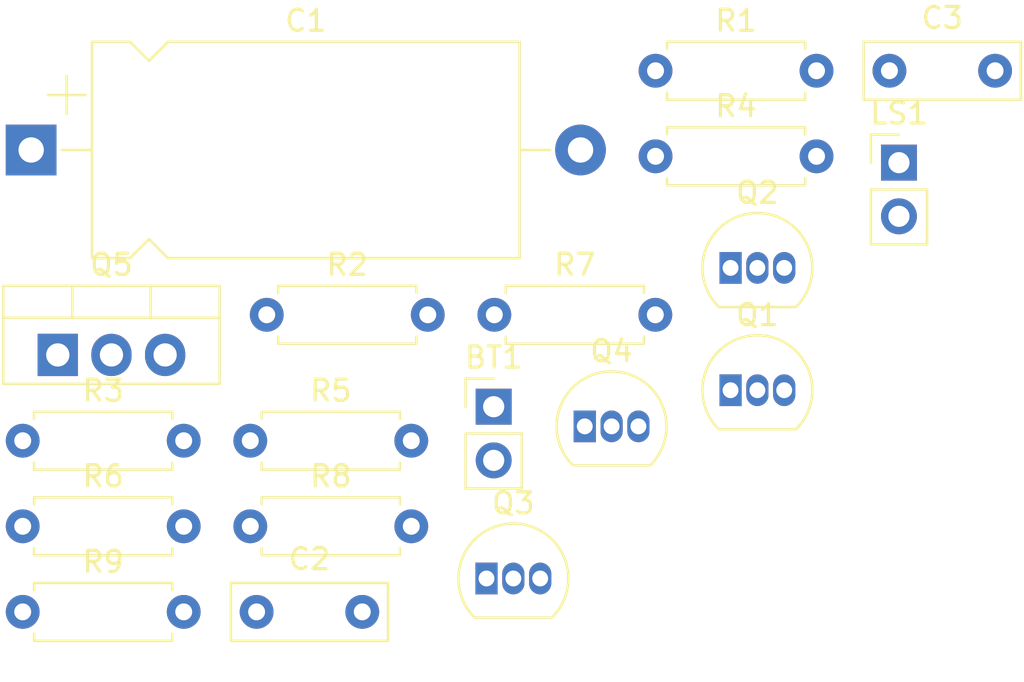
<source format=kicad_pcb>
(kicad_pcb (version 20171130) (host pcbnew 5.1.4+dfsg1-1)

  (general
    (thickness 1.6)
    (drawings 0)
    (tracks 0)
    (zones 0)
    (modules 19)
    (nets 13)
  )

  (page A4)
  (layers
    (0 F.Cu signal)
    (31 B.Cu signal)
    (32 B.Adhes user)
    (33 F.Adhes user)
    (34 B.Paste user)
    (35 F.Paste user)
    (36 B.SilkS user)
    (37 F.SilkS user)
    (38 B.Mask user)
    (39 F.Mask user)
    (40 Dwgs.User user)
    (41 Cmts.User user)
    (42 Eco1.User user)
    (43 Eco2.User user)
    (44 Edge.Cuts user)
    (45 Margin user)
    (46 B.CrtYd user)
    (47 F.CrtYd user)
    (48 B.Fab user)
    (49 F.Fab user)
  )

  (setup
    (last_trace_width 0.25)
    (trace_clearance 0.2)
    (zone_clearance 0.508)
    (zone_45_only no)
    (trace_min 0.2)
    (via_size 0.8)
    (via_drill 0.4)
    (via_min_size 0.4)
    (via_min_drill 0.3)
    (uvia_size 0.3)
    (uvia_drill 0.1)
    (uvias_allowed no)
    (uvia_min_size 0.2)
    (uvia_min_drill 0.1)
    (edge_width 0.05)
    (segment_width 0.2)
    (pcb_text_width 0.3)
    (pcb_text_size 1.5 1.5)
    (mod_edge_width 0.12)
    (mod_text_size 1 1)
    (mod_text_width 0.15)
    (pad_size 1.524 1.524)
    (pad_drill 0.762)
    (pad_to_mask_clearance 0.051)
    (solder_mask_min_width 0.25)
    (aux_axis_origin 0 0)
    (visible_elements FFFFFF7F)
    (pcbplotparams
      (layerselection 0x010fc_ffffffff)
      (usegerberextensions false)
      (usegerberattributes false)
      (usegerberadvancedattributes false)
      (creategerberjobfile false)
      (excludeedgelayer true)
      (linewidth 0.100000)
      (plotframeref false)
      (viasonmask false)
      (mode 1)
      (useauxorigin false)
      (hpglpennumber 1)
      (hpglpenspeed 20)
      (hpglpendiameter 15.000000)
      (psnegative false)
      (psa4output false)
      (plotreference true)
      (plotvalue true)
      (plotinvisibletext false)
      (padsonsilk false)
      (subtractmaskfromsilk false)
      (outputformat 1)
      (mirror false)
      (drillshape 1)
      (scaleselection 1)
      (outputdirectory ""))
  )

  (net 0 "")
  (net 1 "Net-(BT1-Pad2)")
  (net 2 "Net-(BT1-Pad1)")
  (net 3 "Net-(C1-Pad1)")
  (net 4 "Net-(C2-Pad2)")
  (net 5 "Net-(C2-Pad1)")
  (net 6 "Net-(C3-Pad2)")
  (net 7 "Net-(C3-Pad1)")
  (net 8 "Net-(LS1-Pad1)")
  (net 9 "Net-(Q1-Pad1)")
  (net 10 "Net-(Q1-Pad3)")
  (net 11 "Net-(Q1-Pad2)")
  (net 12 "Net-(Q4-Pad3)")

  (net_class Default "This is the default net class."
    (clearance 0.2)
    (trace_width 0.25)
    (via_dia 0.8)
    (via_drill 0.4)
    (uvia_dia 0.3)
    (uvia_drill 0.1)
    (add_net "Net-(BT1-Pad1)")
    (add_net "Net-(BT1-Pad2)")
    (add_net "Net-(C1-Pad1)")
    (add_net "Net-(C2-Pad1)")
    (add_net "Net-(C2-Pad2)")
    (add_net "Net-(C3-Pad1)")
    (add_net "Net-(C3-Pad2)")
    (add_net "Net-(LS1-Pad1)")
    (add_net "Net-(Q1-Pad1)")
    (add_net "Net-(Q1-Pad2)")
    (add_net "Net-(Q1-Pad3)")
    (add_net "Net-(Q4-Pad3)")
  )

  (module Resistor_THT:R_Axial_DIN0207_L6.3mm_D2.5mm_P7.62mm_Horizontal (layer F.Cu) (tedit 5AE5139B) (tstamp 5EE434C1)
    (at 37.4 66.86)
    (descr "Resistor, Axial_DIN0207 series, Axial, Horizontal, pin pitch=7.62mm, 0.25W = 1/4W, length*diameter=6.3*2.5mm^2, http://cdn-reichelt.de/documents/datenblatt/B400/1_4W%23YAG.pdf")
    (tags "Resistor Axial_DIN0207 series Axial Horizontal pin pitch 7.62mm 0.25W = 1/4W length 6.3mm diameter 2.5mm")
    (path /5EE5A8F4)
    (fp_text reference R9 (at 3.81 -2.37) (layer F.SilkS)
      (effects (font (size 1 1) (thickness 0.15)))
    )
    (fp_text value 100R (at 3.81 2.37) (layer F.Fab)
      (effects (font (size 1 1) (thickness 0.15)))
    )
    (fp_text user %R (at 3.81 0) (layer F.Fab)
      (effects (font (size 1 1) (thickness 0.15)))
    )
    (fp_line (start 8.67 -1.5) (end -1.05 -1.5) (layer F.CrtYd) (width 0.05))
    (fp_line (start 8.67 1.5) (end 8.67 -1.5) (layer F.CrtYd) (width 0.05))
    (fp_line (start -1.05 1.5) (end 8.67 1.5) (layer F.CrtYd) (width 0.05))
    (fp_line (start -1.05 -1.5) (end -1.05 1.5) (layer F.CrtYd) (width 0.05))
    (fp_line (start 7.08 1.37) (end 7.08 1.04) (layer F.SilkS) (width 0.12))
    (fp_line (start 0.54 1.37) (end 7.08 1.37) (layer F.SilkS) (width 0.12))
    (fp_line (start 0.54 1.04) (end 0.54 1.37) (layer F.SilkS) (width 0.12))
    (fp_line (start 7.08 -1.37) (end 7.08 -1.04) (layer F.SilkS) (width 0.12))
    (fp_line (start 0.54 -1.37) (end 7.08 -1.37) (layer F.SilkS) (width 0.12))
    (fp_line (start 0.54 -1.04) (end 0.54 -1.37) (layer F.SilkS) (width 0.12))
    (fp_line (start 7.62 0) (end 6.96 0) (layer F.Fab) (width 0.1))
    (fp_line (start 0 0) (end 0.66 0) (layer F.Fab) (width 0.1))
    (fp_line (start 6.96 -1.25) (end 0.66 -1.25) (layer F.Fab) (width 0.1))
    (fp_line (start 6.96 1.25) (end 6.96 -1.25) (layer F.Fab) (width 0.1))
    (fp_line (start 0.66 1.25) (end 6.96 1.25) (layer F.Fab) (width 0.1))
    (fp_line (start 0.66 -1.25) (end 0.66 1.25) (layer F.Fab) (width 0.1))
    (pad 2 thru_hole oval (at 7.62 0) (size 1.6 1.6) (drill 0.8) (layers *.Cu *.Mask)
      (net 1 "Net-(BT1-Pad2)"))
    (pad 1 thru_hole circle (at 0 0) (size 1.6 1.6) (drill 0.8) (layers *.Cu *.Mask)
      (net 7 "Net-(C3-Pad1)"))
    (model ${KISYS3DMOD}/Resistor_THT.3dshapes/R_Axial_DIN0207_L6.3mm_D2.5mm_P7.62mm_Horizontal.wrl
      (at (xyz 0 0 0))
      (scale (xyz 1 1 1))
      (rotate (xyz 0 0 0))
    )
  )

  (module Resistor_THT:R_Axial_DIN0207_L6.3mm_D2.5mm_P7.62mm_Horizontal (layer F.Cu) (tedit 5AE5139B) (tstamp 5EE434AA)
    (at 48.17 62.81)
    (descr "Resistor, Axial_DIN0207 series, Axial, Horizontal, pin pitch=7.62mm, 0.25W = 1/4W, length*diameter=6.3*2.5mm^2, http://cdn-reichelt.de/documents/datenblatt/B400/1_4W%23YAG.pdf")
    (tags "Resistor Axial_DIN0207 series Axial Horizontal pin pitch 7.62mm 0.25W = 1/4W length 6.3mm diameter 2.5mm")
    (path /5EE66064)
    (fp_text reference R8 (at 3.81 -2.37) (layer F.SilkS)
      (effects (font (size 1 1) (thickness 0.15)))
    )
    (fp_text value 10k (at 3.81 2.37) (layer F.Fab)
      (effects (font (size 1 1) (thickness 0.15)))
    )
    (fp_text user %R (at 3.81 0) (layer F.Fab)
      (effects (font (size 1 1) (thickness 0.15)))
    )
    (fp_line (start 8.67 -1.5) (end -1.05 -1.5) (layer F.CrtYd) (width 0.05))
    (fp_line (start 8.67 1.5) (end 8.67 -1.5) (layer F.CrtYd) (width 0.05))
    (fp_line (start -1.05 1.5) (end 8.67 1.5) (layer F.CrtYd) (width 0.05))
    (fp_line (start -1.05 -1.5) (end -1.05 1.5) (layer F.CrtYd) (width 0.05))
    (fp_line (start 7.08 1.37) (end 7.08 1.04) (layer F.SilkS) (width 0.12))
    (fp_line (start 0.54 1.37) (end 7.08 1.37) (layer F.SilkS) (width 0.12))
    (fp_line (start 0.54 1.04) (end 0.54 1.37) (layer F.SilkS) (width 0.12))
    (fp_line (start 7.08 -1.37) (end 7.08 -1.04) (layer F.SilkS) (width 0.12))
    (fp_line (start 0.54 -1.37) (end 7.08 -1.37) (layer F.SilkS) (width 0.12))
    (fp_line (start 0.54 -1.04) (end 0.54 -1.37) (layer F.SilkS) (width 0.12))
    (fp_line (start 7.62 0) (end 6.96 0) (layer F.Fab) (width 0.1))
    (fp_line (start 0 0) (end 0.66 0) (layer F.Fab) (width 0.1))
    (fp_line (start 6.96 -1.25) (end 0.66 -1.25) (layer F.Fab) (width 0.1))
    (fp_line (start 6.96 1.25) (end 6.96 -1.25) (layer F.Fab) (width 0.1))
    (fp_line (start 0.66 1.25) (end 6.96 1.25) (layer F.Fab) (width 0.1))
    (fp_line (start 0.66 -1.25) (end 0.66 1.25) (layer F.Fab) (width 0.1))
    (pad 2 thru_hole oval (at 7.62 0) (size 1.6 1.6) (drill 0.8) (layers *.Cu *.Mask)
      (net 12 "Net-(Q4-Pad3)"))
    (pad 1 thru_hole circle (at 0 0) (size 1.6 1.6) (drill 0.8) (layers *.Cu *.Mask)
      (net 2 "Net-(BT1-Pad1)"))
    (model ${KISYS3DMOD}/Resistor_THT.3dshapes/R_Axial_DIN0207_L6.3mm_D2.5mm_P7.62mm_Horizontal.wrl
      (at (xyz 0 0 0))
      (scale (xyz 1 1 1))
      (rotate (xyz 0 0 0))
    )
  )

  (module Resistor_THT:R_Axial_DIN0207_L6.3mm_D2.5mm_P7.62mm_Horizontal (layer F.Cu) (tedit 5AE5139B) (tstamp 5EE43493)
    (at 59.72 52.8)
    (descr "Resistor, Axial_DIN0207 series, Axial, Horizontal, pin pitch=7.62mm, 0.25W = 1/4W, length*diameter=6.3*2.5mm^2, http://cdn-reichelt.de/documents/datenblatt/B400/1_4W%23YAG.pdf")
    (tags "Resistor Axial_DIN0207 series Axial Horizontal pin pitch 7.62mm 0.25W = 1/4W length 6.3mm diameter 2.5mm")
    (path /5EE575F3)
    (fp_text reference R7 (at 3.81 -2.37) (layer F.SilkS)
      (effects (font (size 1 1) (thickness 0.15)))
    )
    (fp_text value 10k (at 3.81 2.37) (layer F.Fab)
      (effects (font (size 1 1) (thickness 0.15)))
    )
    (fp_text user %R (at 3.81 0) (layer F.Fab)
      (effects (font (size 1 1) (thickness 0.15)))
    )
    (fp_line (start 8.67 -1.5) (end -1.05 -1.5) (layer F.CrtYd) (width 0.05))
    (fp_line (start 8.67 1.5) (end 8.67 -1.5) (layer F.CrtYd) (width 0.05))
    (fp_line (start -1.05 1.5) (end 8.67 1.5) (layer F.CrtYd) (width 0.05))
    (fp_line (start -1.05 -1.5) (end -1.05 1.5) (layer F.CrtYd) (width 0.05))
    (fp_line (start 7.08 1.37) (end 7.08 1.04) (layer F.SilkS) (width 0.12))
    (fp_line (start 0.54 1.37) (end 7.08 1.37) (layer F.SilkS) (width 0.12))
    (fp_line (start 0.54 1.04) (end 0.54 1.37) (layer F.SilkS) (width 0.12))
    (fp_line (start 7.08 -1.37) (end 7.08 -1.04) (layer F.SilkS) (width 0.12))
    (fp_line (start 0.54 -1.37) (end 7.08 -1.37) (layer F.SilkS) (width 0.12))
    (fp_line (start 0.54 -1.04) (end 0.54 -1.37) (layer F.SilkS) (width 0.12))
    (fp_line (start 7.62 0) (end 6.96 0) (layer F.Fab) (width 0.1))
    (fp_line (start 0 0) (end 0.66 0) (layer F.Fab) (width 0.1))
    (fp_line (start 6.96 -1.25) (end 0.66 -1.25) (layer F.Fab) (width 0.1))
    (fp_line (start 6.96 1.25) (end 6.96 -1.25) (layer F.Fab) (width 0.1))
    (fp_line (start 0.66 1.25) (end 6.96 1.25) (layer F.Fab) (width 0.1))
    (fp_line (start 0.66 -1.25) (end 0.66 1.25) (layer F.Fab) (width 0.1))
    (pad 2 thru_hole oval (at 7.62 0) (size 1.6 1.6) (drill 0.8) (layers *.Cu *.Mask)
      (net 3 "Net-(C1-Pad1)"))
    (pad 1 thru_hole circle (at 0 0) (size 1.6 1.6) (drill 0.8) (layers *.Cu *.Mask)
      (net 6 "Net-(C3-Pad2)"))
    (model ${KISYS3DMOD}/Resistor_THT.3dshapes/R_Axial_DIN0207_L6.3mm_D2.5mm_P7.62mm_Horizontal.wrl
      (at (xyz 0 0 0))
      (scale (xyz 1 1 1))
      (rotate (xyz 0 0 0))
    )
  )

  (module Resistor_THT:R_Axial_DIN0207_L6.3mm_D2.5mm_P7.62mm_Horizontal (layer F.Cu) (tedit 5AE5139B) (tstamp 5EE4347C)
    (at 37.4 62.81)
    (descr "Resistor, Axial_DIN0207 series, Axial, Horizontal, pin pitch=7.62mm, 0.25W = 1/4W, length*diameter=6.3*2.5mm^2, http://cdn-reichelt.de/documents/datenblatt/B400/1_4W%23YAG.pdf")
    (tags "Resistor Axial_DIN0207 series Axial Horizontal pin pitch 7.62mm 0.25W = 1/4W length 6.3mm diameter 2.5mm")
    (path /5EE50CA6)
    (fp_text reference R6 (at 3.81 -2.37) (layer F.SilkS)
      (effects (font (size 1 1) (thickness 0.15)))
    )
    (fp_text value 10k (at 3.81 2.37) (layer F.Fab)
      (effects (font (size 1 1) (thickness 0.15)))
    )
    (fp_text user %R (at 3.81 0) (layer F.Fab)
      (effects (font (size 1 1) (thickness 0.15)))
    )
    (fp_line (start 8.67 -1.5) (end -1.05 -1.5) (layer F.CrtYd) (width 0.05))
    (fp_line (start 8.67 1.5) (end 8.67 -1.5) (layer F.CrtYd) (width 0.05))
    (fp_line (start -1.05 1.5) (end 8.67 1.5) (layer F.CrtYd) (width 0.05))
    (fp_line (start -1.05 -1.5) (end -1.05 1.5) (layer F.CrtYd) (width 0.05))
    (fp_line (start 7.08 1.37) (end 7.08 1.04) (layer F.SilkS) (width 0.12))
    (fp_line (start 0.54 1.37) (end 7.08 1.37) (layer F.SilkS) (width 0.12))
    (fp_line (start 0.54 1.04) (end 0.54 1.37) (layer F.SilkS) (width 0.12))
    (fp_line (start 7.08 -1.37) (end 7.08 -1.04) (layer F.SilkS) (width 0.12))
    (fp_line (start 0.54 -1.37) (end 7.08 -1.37) (layer F.SilkS) (width 0.12))
    (fp_line (start 0.54 -1.04) (end 0.54 -1.37) (layer F.SilkS) (width 0.12))
    (fp_line (start 7.62 0) (end 6.96 0) (layer F.Fab) (width 0.1))
    (fp_line (start 0 0) (end 0.66 0) (layer F.Fab) (width 0.1))
    (fp_line (start 6.96 -1.25) (end 0.66 -1.25) (layer F.Fab) (width 0.1))
    (fp_line (start 6.96 1.25) (end 6.96 -1.25) (layer F.Fab) (width 0.1))
    (fp_line (start 0.66 1.25) (end 6.96 1.25) (layer F.Fab) (width 0.1))
    (fp_line (start 0.66 -1.25) (end 0.66 1.25) (layer F.Fab) (width 0.1))
    (pad 2 thru_hole oval (at 7.62 0) (size 1.6 1.6) (drill 0.8) (layers *.Cu *.Mask)
      (net 3 "Net-(C1-Pad1)"))
    (pad 1 thru_hole circle (at 0 0) (size 1.6 1.6) (drill 0.8) (layers *.Cu *.Mask)
      (net 5 "Net-(C2-Pad1)"))
    (model ${KISYS3DMOD}/Resistor_THT.3dshapes/R_Axial_DIN0207_L6.3mm_D2.5mm_P7.62mm_Horizontal.wrl
      (at (xyz 0 0 0))
      (scale (xyz 1 1 1))
      (rotate (xyz 0 0 0))
    )
  )

  (module Resistor_THT:R_Axial_DIN0207_L6.3mm_D2.5mm_P7.62mm_Horizontal (layer F.Cu) (tedit 5AE5139B) (tstamp 5EE43465)
    (at 48.17 58.76)
    (descr "Resistor, Axial_DIN0207 series, Axial, Horizontal, pin pitch=7.62mm, 0.25W = 1/4W, length*diameter=6.3*2.5mm^2, http://cdn-reichelt.de/documents/datenblatt/B400/1_4W%23YAG.pdf")
    (tags "Resistor Axial_DIN0207 series Axial Horizontal pin pitch 7.62mm 0.25W = 1/4W length 6.3mm diameter 2.5mm")
    (path /5EE4AE4A)
    (fp_text reference R5 (at 3.81 -2.37) (layer F.SilkS)
      (effects (font (size 1 1) (thickness 0.15)))
    )
    (fp_text value 10k (at 3.81 2.37) (layer F.Fab)
      (effects (font (size 1 1) (thickness 0.15)))
    )
    (fp_text user %R (at 3.81 0) (layer F.Fab)
      (effects (font (size 1 1) (thickness 0.15)))
    )
    (fp_line (start 8.67 -1.5) (end -1.05 -1.5) (layer F.CrtYd) (width 0.05))
    (fp_line (start 8.67 1.5) (end 8.67 -1.5) (layer F.CrtYd) (width 0.05))
    (fp_line (start -1.05 1.5) (end 8.67 1.5) (layer F.CrtYd) (width 0.05))
    (fp_line (start -1.05 -1.5) (end -1.05 1.5) (layer F.CrtYd) (width 0.05))
    (fp_line (start 7.08 1.37) (end 7.08 1.04) (layer F.SilkS) (width 0.12))
    (fp_line (start 0.54 1.37) (end 7.08 1.37) (layer F.SilkS) (width 0.12))
    (fp_line (start 0.54 1.04) (end 0.54 1.37) (layer F.SilkS) (width 0.12))
    (fp_line (start 7.08 -1.37) (end 7.08 -1.04) (layer F.SilkS) (width 0.12))
    (fp_line (start 0.54 -1.37) (end 7.08 -1.37) (layer F.SilkS) (width 0.12))
    (fp_line (start 0.54 -1.04) (end 0.54 -1.37) (layer F.SilkS) (width 0.12))
    (fp_line (start 7.62 0) (end 6.96 0) (layer F.Fab) (width 0.1))
    (fp_line (start 0 0) (end 0.66 0) (layer F.Fab) (width 0.1))
    (fp_line (start 6.96 -1.25) (end 0.66 -1.25) (layer F.Fab) (width 0.1))
    (fp_line (start 6.96 1.25) (end 6.96 -1.25) (layer F.Fab) (width 0.1))
    (fp_line (start 0.66 1.25) (end 6.96 1.25) (layer F.Fab) (width 0.1))
    (fp_line (start 0.66 -1.25) (end 0.66 1.25) (layer F.Fab) (width 0.1))
    (pad 2 thru_hole oval (at 7.62 0) (size 1.6 1.6) (drill 0.8) (layers *.Cu *.Mask)
      (net 1 "Net-(BT1-Pad2)"))
    (pad 1 thru_hole circle (at 0 0) (size 1.6 1.6) (drill 0.8) (layers *.Cu *.Mask)
      (net 4 "Net-(C2-Pad2)"))
    (model ${KISYS3DMOD}/Resistor_THT.3dshapes/R_Axial_DIN0207_L6.3mm_D2.5mm_P7.62mm_Horizontal.wrl
      (at (xyz 0 0 0))
      (scale (xyz 1 1 1))
      (rotate (xyz 0 0 0))
    )
  )

  (module Resistor_THT:R_Axial_DIN0207_L6.3mm_D2.5mm_P7.62mm_Horizontal (layer F.Cu) (tedit 5AE5139B) (tstamp 5EE4344E)
    (at 67.35 45.3)
    (descr "Resistor, Axial_DIN0207 series, Axial, Horizontal, pin pitch=7.62mm, 0.25W = 1/4W, length*diameter=6.3*2.5mm^2, http://cdn-reichelt.de/documents/datenblatt/B400/1_4W%23YAG.pdf")
    (tags "Resistor Axial_DIN0207 series Axial Horizontal pin pitch 7.62mm 0.25W = 1/4W length 6.3mm diameter 2.5mm")
    (path /5EE46EB7)
    (fp_text reference R4 (at 3.81 -2.37) (layer F.SilkS)
      (effects (font (size 1 1) (thickness 0.15)))
    )
    (fp_text value 100R (at 3.81 2.37) (layer F.Fab)
      (effects (font (size 1 1) (thickness 0.15)))
    )
    (fp_text user %R (at 3.81 0) (layer F.Fab)
      (effects (font (size 1 1) (thickness 0.15)))
    )
    (fp_line (start 8.67 -1.5) (end -1.05 -1.5) (layer F.CrtYd) (width 0.05))
    (fp_line (start 8.67 1.5) (end 8.67 -1.5) (layer F.CrtYd) (width 0.05))
    (fp_line (start -1.05 1.5) (end 8.67 1.5) (layer F.CrtYd) (width 0.05))
    (fp_line (start -1.05 -1.5) (end -1.05 1.5) (layer F.CrtYd) (width 0.05))
    (fp_line (start 7.08 1.37) (end 7.08 1.04) (layer F.SilkS) (width 0.12))
    (fp_line (start 0.54 1.37) (end 7.08 1.37) (layer F.SilkS) (width 0.12))
    (fp_line (start 0.54 1.04) (end 0.54 1.37) (layer F.SilkS) (width 0.12))
    (fp_line (start 7.08 -1.37) (end 7.08 -1.04) (layer F.SilkS) (width 0.12))
    (fp_line (start 0.54 -1.37) (end 7.08 -1.37) (layer F.SilkS) (width 0.12))
    (fp_line (start 0.54 -1.04) (end 0.54 -1.37) (layer F.SilkS) (width 0.12))
    (fp_line (start 7.62 0) (end 6.96 0) (layer F.Fab) (width 0.1))
    (fp_line (start 0 0) (end 0.66 0) (layer F.Fab) (width 0.1))
    (fp_line (start 6.96 -1.25) (end 0.66 -1.25) (layer F.Fab) (width 0.1))
    (fp_line (start 6.96 1.25) (end 6.96 -1.25) (layer F.Fab) (width 0.1))
    (fp_line (start 0.66 1.25) (end 6.96 1.25) (layer F.Fab) (width 0.1))
    (fp_line (start 0.66 -1.25) (end 0.66 1.25) (layer F.Fab) (width 0.1))
    (pad 2 thru_hole oval (at 7.62 0) (size 1.6 1.6) (drill 0.8) (layers *.Cu *.Mask)
      (net 10 "Net-(Q1-Pad3)"))
    (pad 1 thru_hole circle (at 0 0) (size 1.6 1.6) (drill 0.8) (layers *.Cu *.Mask)
      (net 2 "Net-(BT1-Pad1)"))
    (model ${KISYS3DMOD}/Resistor_THT.3dshapes/R_Axial_DIN0207_L6.3mm_D2.5mm_P7.62mm_Horizontal.wrl
      (at (xyz 0 0 0))
      (scale (xyz 1 1 1))
      (rotate (xyz 0 0 0))
    )
  )

  (module Resistor_THT:R_Axial_DIN0207_L6.3mm_D2.5mm_P7.62mm_Horizontal (layer F.Cu) (tedit 5AE5139B) (tstamp 5EE43437)
    (at 37.4 58.76)
    (descr "Resistor, Axial_DIN0207 series, Axial, Horizontal, pin pitch=7.62mm, 0.25W = 1/4W, length*diameter=6.3*2.5mm^2, http://cdn-reichelt.de/documents/datenblatt/B400/1_4W%23YAG.pdf")
    (tags "Resistor Axial_DIN0207 series Axial Horizontal pin pitch 7.62mm 0.25W = 1/4W length 6.3mm diameter 2.5mm")
    (path /5EE4014E)
    (fp_text reference R3 (at 3.81 -2.37) (layer F.SilkS)
      (effects (font (size 1 1) (thickness 0.15)))
    )
    (fp_text value 2k7 (at 3.81 2.37) (layer F.Fab)
      (effects (font (size 1 1) (thickness 0.15)))
    )
    (fp_text user %R (at 3.81 0) (layer F.Fab)
      (effects (font (size 1 1) (thickness 0.15)))
    )
    (fp_line (start 8.67 -1.5) (end -1.05 -1.5) (layer F.CrtYd) (width 0.05))
    (fp_line (start 8.67 1.5) (end 8.67 -1.5) (layer F.CrtYd) (width 0.05))
    (fp_line (start -1.05 1.5) (end 8.67 1.5) (layer F.CrtYd) (width 0.05))
    (fp_line (start -1.05 -1.5) (end -1.05 1.5) (layer F.CrtYd) (width 0.05))
    (fp_line (start 7.08 1.37) (end 7.08 1.04) (layer F.SilkS) (width 0.12))
    (fp_line (start 0.54 1.37) (end 7.08 1.37) (layer F.SilkS) (width 0.12))
    (fp_line (start 0.54 1.04) (end 0.54 1.37) (layer F.SilkS) (width 0.12))
    (fp_line (start 7.08 -1.37) (end 7.08 -1.04) (layer F.SilkS) (width 0.12))
    (fp_line (start 0.54 -1.37) (end 7.08 -1.37) (layer F.SilkS) (width 0.12))
    (fp_line (start 0.54 -1.04) (end 0.54 -1.37) (layer F.SilkS) (width 0.12))
    (fp_line (start 7.62 0) (end 6.96 0) (layer F.Fab) (width 0.1))
    (fp_line (start 0 0) (end 0.66 0) (layer F.Fab) (width 0.1))
    (fp_line (start 6.96 -1.25) (end 0.66 -1.25) (layer F.Fab) (width 0.1))
    (fp_line (start 6.96 1.25) (end 6.96 -1.25) (layer F.Fab) (width 0.1))
    (fp_line (start 0.66 1.25) (end 6.96 1.25) (layer F.Fab) (width 0.1))
    (fp_line (start 0.66 -1.25) (end 0.66 1.25) (layer F.Fab) (width 0.1))
    (pad 2 thru_hole oval (at 7.62 0) (size 1.6 1.6) (drill 0.8) (layers *.Cu *.Mask)
      (net 1 "Net-(BT1-Pad2)"))
    (pad 1 thru_hole circle (at 0 0) (size 1.6 1.6) (drill 0.8) (layers *.Cu *.Mask)
      (net 3 "Net-(C1-Pad1)"))
    (model ${KISYS3DMOD}/Resistor_THT.3dshapes/R_Axial_DIN0207_L6.3mm_D2.5mm_P7.62mm_Horizontal.wrl
      (at (xyz 0 0 0))
      (scale (xyz 1 1 1))
      (rotate (xyz 0 0 0))
    )
  )

  (module Resistor_THT:R_Axial_DIN0207_L6.3mm_D2.5mm_P7.62mm_Horizontal (layer F.Cu) (tedit 5AE5139B) (tstamp 5EE43420)
    (at 48.95 52.8)
    (descr "Resistor, Axial_DIN0207 series, Axial, Horizontal, pin pitch=7.62mm, 0.25W = 1/4W, length*diameter=6.3*2.5mm^2, http://cdn-reichelt.de/documents/datenblatt/B400/1_4W%23YAG.pdf")
    (tags "Resistor Axial_DIN0207 series Axial Horizontal pin pitch 7.62mm 0.25W = 1/4W length 6.3mm diameter 2.5mm")
    (path /5EE3E6FC)
    (fp_text reference R2 (at 3.81 -2.37) (layer F.SilkS)
      (effects (font (size 1 1) (thickness 0.15)))
    )
    (fp_text value 10k (at 3.81 2.37) (layer F.Fab)
      (effects (font (size 1 1) (thickness 0.15)))
    )
    (fp_text user %R (at 3.81 0) (layer F.Fab)
      (effects (font (size 1 1) (thickness 0.15)))
    )
    (fp_line (start 8.67 -1.5) (end -1.05 -1.5) (layer F.CrtYd) (width 0.05))
    (fp_line (start 8.67 1.5) (end 8.67 -1.5) (layer F.CrtYd) (width 0.05))
    (fp_line (start -1.05 1.5) (end 8.67 1.5) (layer F.CrtYd) (width 0.05))
    (fp_line (start -1.05 -1.5) (end -1.05 1.5) (layer F.CrtYd) (width 0.05))
    (fp_line (start 7.08 1.37) (end 7.08 1.04) (layer F.SilkS) (width 0.12))
    (fp_line (start 0.54 1.37) (end 7.08 1.37) (layer F.SilkS) (width 0.12))
    (fp_line (start 0.54 1.04) (end 0.54 1.37) (layer F.SilkS) (width 0.12))
    (fp_line (start 7.08 -1.37) (end 7.08 -1.04) (layer F.SilkS) (width 0.12))
    (fp_line (start 0.54 -1.37) (end 7.08 -1.37) (layer F.SilkS) (width 0.12))
    (fp_line (start 0.54 -1.04) (end 0.54 -1.37) (layer F.SilkS) (width 0.12))
    (fp_line (start 7.62 0) (end 6.96 0) (layer F.Fab) (width 0.1))
    (fp_line (start 0 0) (end 0.66 0) (layer F.Fab) (width 0.1))
    (fp_line (start 6.96 -1.25) (end 0.66 -1.25) (layer F.Fab) (width 0.1))
    (fp_line (start 6.96 1.25) (end 6.96 -1.25) (layer F.Fab) (width 0.1))
    (fp_line (start 0.66 1.25) (end 6.96 1.25) (layer F.Fab) (width 0.1))
    (fp_line (start 0.66 -1.25) (end 0.66 1.25) (layer F.Fab) (width 0.1))
    (pad 2 thru_hole oval (at 7.62 0) (size 1.6 1.6) (drill 0.8) (layers *.Cu *.Mask)
      (net 1 "Net-(BT1-Pad2)"))
    (pad 1 thru_hole circle (at 0 0) (size 1.6 1.6) (drill 0.8) (layers *.Cu *.Mask)
      (net 9 "Net-(Q1-Pad1)"))
    (model ${KISYS3DMOD}/Resistor_THT.3dshapes/R_Axial_DIN0207_L6.3mm_D2.5mm_P7.62mm_Horizontal.wrl
      (at (xyz 0 0 0))
      (scale (xyz 1 1 1))
      (rotate (xyz 0 0 0))
    )
  )

  (module Resistor_THT:R_Axial_DIN0207_L6.3mm_D2.5mm_P7.62mm_Horizontal (layer F.Cu) (tedit 5AE5139B) (tstamp 5EE43409)
    (at 67.35 41.25)
    (descr "Resistor, Axial_DIN0207 series, Axial, Horizontal, pin pitch=7.62mm, 0.25W = 1/4W, length*diameter=6.3*2.5mm^2, http://cdn-reichelt.de/documents/datenblatt/B400/1_4W%23YAG.pdf")
    (tags "Resistor Axial_DIN0207 series Axial Horizontal pin pitch 7.62mm 0.25W = 1/4W length 6.3mm diameter 2.5mm")
    (path /5EE3E34F)
    (fp_text reference R1 (at 3.81 -2.37) (layer F.SilkS)
      (effects (font (size 1 1) (thickness 0.15)))
    )
    (fp_text value 10k (at 3.81 2.37) (layer F.Fab)
      (effects (font (size 1 1) (thickness 0.15)))
    )
    (fp_text user %R (at 3.81 0) (layer F.Fab)
      (effects (font (size 1 1) (thickness 0.15)))
    )
    (fp_line (start 8.67 -1.5) (end -1.05 -1.5) (layer F.CrtYd) (width 0.05))
    (fp_line (start 8.67 1.5) (end 8.67 -1.5) (layer F.CrtYd) (width 0.05))
    (fp_line (start -1.05 1.5) (end 8.67 1.5) (layer F.CrtYd) (width 0.05))
    (fp_line (start -1.05 -1.5) (end -1.05 1.5) (layer F.CrtYd) (width 0.05))
    (fp_line (start 7.08 1.37) (end 7.08 1.04) (layer F.SilkS) (width 0.12))
    (fp_line (start 0.54 1.37) (end 7.08 1.37) (layer F.SilkS) (width 0.12))
    (fp_line (start 0.54 1.04) (end 0.54 1.37) (layer F.SilkS) (width 0.12))
    (fp_line (start 7.08 -1.37) (end 7.08 -1.04) (layer F.SilkS) (width 0.12))
    (fp_line (start 0.54 -1.37) (end 7.08 -1.37) (layer F.SilkS) (width 0.12))
    (fp_line (start 0.54 -1.04) (end 0.54 -1.37) (layer F.SilkS) (width 0.12))
    (fp_line (start 7.62 0) (end 6.96 0) (layer F.Fab) (width 0.1))
    (fp_line (start 0 0) (end 0.66 0) (layer F.Fab) (width 0.1))
    (fp_line (start 6.96 -1.25) (end 0.66 -1.25) (layer F.Fab) (width 0.1))
    (fp_line (start 6.96 1.25) (end 6.96 -1.25) (layer F.Fab) (width 0.1))
    (fp_line (start 0.66 1.25) (end 6.96 1.25) (layer F.Fab) (width 0.1))
    (fp_line (start 0.66 -1.25) (end 0.66 1.25) (layer F.Fab) (width 0.1))
    (pad 2 thru_hole oval (at 7.62 0) (size 1.6 1.6) (drill 0.8) (layers *.Cu *.Mask)
      (net 9 "Net-(Q1-Pad1)"))
    (pad 1 thru_hole circle (at 0 0) (size 1.6 1.6) (drill 0.8) (layers *.Cu *.Mask)
      (net 2 "Net-(BT1-Pad1)"))
    (model ${KISYS3DMOD}/Resistor_THT.3dshapes/R_Axial_DIN0207_L6.3mm_D2.5mm_P7.62mm_Horizontal.wrl
      (at (xyz 0 0 0))
      (scale (xyz 1 1 1))
      (rotate (xyz 0 0 0))
    )
  )

  (module Package_TO_SOT_THT:TO-220-3_Vertical (layer F.Cu) (tedit 5AC8BA0D) (tstamp 5EE433F2)
    (at 39.06 54.7)
    (descr "TO-220-3, Vertical, RM 2.54mm, see https://www.vishay.com/docs/66542/to-220-1.pdf")
    (tags "TO-220-3 Vertical RM 2.54mm")
    (path /5EE683C1)
    (fp_text reference Q5 (at 2.54 -4.27) (layer F.SilkS)
      (effects (font (size 1 1) (thickness 0.15)))
    )
    (fp_text value TIP42 (at 2.54 2.5) (layer F.Fab)
      (effects (font (size 1 1) (thickness 0.15)))
    )
    (fp_text user %R (at 2.54 -4.27) (layer F.Fab)
      (effects (font (size 1 1) (thickness 0.15)))
    )
    (fp_line (start 7.79 -3.4) (end -2.71 -3.4) (layer F.CrtYd) (width 0.05))
    (fp_line (start 7.79 1.51) (end 7.79 -3.4) (layer F.CrtYd) (width 0.05))
    (fp_line (start -2.71 1.51) (end 7.79 1.51) (layer F.CrtYd) (width 0.05))
    (fp_line (start -2.71 -3.4) (end -2.71 1.51) (layer F.CrtYd) (width 0.05))
    (fp_line (start 4.391 -3.27) (end 4.391 -1.76) (layer F.SilkS) (width 0.12))
    (fp_line (start 0.69 -3.27) (end 0.69 -1.76) (layer F.SilkS) (width 0.12))
    (fp_line (start -2.58 -1.76) (end 7.66 -1.76) (layer F.SilkS) (width 0.12))
    (fp_line (start 7.66 -3.27) (end 7.66 1.371) (layer F.SilkS) (width 0.12))
    (fp_line (start -2.58 -3.27) (end -2.58 1.371) (layer F.SilkS) (width 0.12))
    (fp_line (start -2.58 1.371) (end 7.66 1.371) (layer F.SilkS) (width 0.12))
    (fp_line (start -2.58 -3.27) (end 7.66 -3.27) (layer F.SilkS) (width 0.12))
    (fp_line (start 4.39 -3.15) (end 4.39 -1.88) (layer F.Fab) (width 0.1))
    (fp_line (start 0.69 -3.15) (end 0.69 -1.88) (layer F.Fab) (width 0.1))
    (fp_line (start -2.46 -1.88) (end 7.54 -1.88) (layer F.Fab) (width 0.1))
    (fp_line (start 7.54 -3.15) (end -2.46 -3.15) (layer F.Fab) (width 0.1))
    (fp_line (start 7.54 1.25) (end 7.54 -3.15) (layer F.Fab) (width 0.1))
    (fp_line (start -2.46 1.25) (end 7.54 1.25) (layer F.Fab) (width 0.1))
    (fp_line (start -2.46 -3.15) (end -2.46 1.25) (layer F.Fab) (width 0.1))
    (pad 3 thru_hole oval (at 5.08 0) (size 1.905 2) (drill 1.1) (layers *.Cu *.Mask)
      (net 2 "Net-(BT1-Pad1)"))
    (pad 2 thru_hole oval (at 2.54 0) (size 1.905 2) (drill 1.1) (layers *.Cu *.Mask)
      (net 8 "Net-(LS1-Pad1)"))
    (pad 1 thru_hole rect (at 0 0) (size 1.905 2) (drill 1.1) (layers *.Cu *.Mask)
      (net 12 "Net-(Q4-Pad3)"))
    (model ${KISYS3DMOD}/Package_TO_SOT_THT.3dshapes/TO-220-3_Vertical.wrl
      (at (xyz 0 0 0))
      (scale (xyz 1 1 1))
      (rotate (xyz 0 0 0))
    )
  )

  (module Package_TO_SOT_THT:TO-92_Inline (layer F.Cu) (tedit 5A1DD157) (tstamp 5EE433D8)
    (at 64 58.08)
    (descr "TO-92 leads in-line, narrow, oval pads, drill 0.75mm (see NXP sot054_po.pdf)")
    (tags "to-92 sc-43 sc-43a sot54 PA33 transistor")
    (path /5EE5DD9F)
    (fp_text reference Q4 (at 1.27 -3.56) (layer F.SilkS)
      (effects (font (size 1 1) (thickness 0.15)))
    )
    (fp_text value BC557 (at 1.27 2.79) (layer F.Fab)
      (effects (font (size 1 1) (thickness 0.15)))
    )
    (fp_arc (start 1.27 0) (end 1.27 -2.6) (angle 135) (layer F.SilkS) (width 0.12))
    (fp_arc (start 1.27 0) (end 1.27 -2.48) (angle -135) (layer F.Fab) (width 0.1))
    (fp_arc (start 1.27 0) (end 1.27 -2.6) (angle -135) (layer F.SilkS) (width 0.12))
    (fp_arc (start 1.27 0) (end 1.27 -2.48) (angle 135) (layer F.Fab) (width 0.1))
    (fp_line (start 4 2.01) (end -1.46 2.01) (layer F.CrtYd) (width 0.05))
    (fp_line (start 4 2.01) (end 4 -2.73) (layer F.CrtYd) (width 0.05))
    (fp_line (start -1.46 -2.73) (end -1.46 2.01) (layer F.CrtYd) (width 0.05))
    (fp_line (start -1.46 -2.73) (end 4 -2.73) (layer F.CrtYd) (width 0.05))
    (fp_line (start -0.5 1.75) (end 3 1.75) (layer F.Fab) (width 0.1))
    (fp_line (start -0.53 1.85) (end 3.07 1.85) (layer F.SilkS) (width 0.12))
    (fp_text user %R (at 1.27 -3.56) (layer F.Fab)
      (effects (font (size 1 1) (thickness 0.15)))
    )
    (pad 1 thru_hole rect (at 0 0) (size 1.05 1.5) (drill 0.75) (layers *.Cu *.Mask)
      (net 7 "Net-(C3-Pad1)"))
    (pad 3 thru_hole oval (at 2.54 0) (size 1.05 1.5) (drill 0.75) (layers *.Cu *.Mask)
      (net 12 "Net-(Q4-Pad3)"))
    (pad 2 thru_hole oval (at 1.27 0) (size 1.05 1.5) (drill 0.75) (layers *.Cu *.Mask)
      (net 5 "Net-(C2-Pad1)"))
    (model ${KISYS3DMOD}/Package_TO_SOT_THT.3dshapes/TO-92_Inline.wrl
      (at (xyz 0 0 0))
      (scale (xyz 1 1 1))
      (rotate (xyz 0 0 0))
    )
  )

  (module Package_TO_SOT_THT:TO-92_Inline (layer F.Cu) (tedit 5A1DD157) (tstamp 5EE433C6)
    (at 59.35 65.28)
    (descr "TO-92 leads in-line, narrow, oval pads, drill 0.75mm (see NXP sot054_po.pdf)")
    (tags "to-92 sc-43 sc-43a sot54 PA33 transistor")
    (path /5EE46212)
    (fp_text reference Q3 (at 1.27 -3.56) (layer F.SilkS)
      (effects (font (size 1 1) (thickness 0.15)))
    )
    (fp_text value BC557 (at 1.27 2.79) (layer F.Fab)
      (effects (font (size 1 1) (thickness 0.15)))
    )
    (fp_arc (start 1.27 0) (end 1.27 -2.6) (angle 135) (layer F.SilkS) (width 0.12))
    (fp_arc (start 1.27 0) (end 1.27 -2.48) (angle -135) (layer F.Fab) (width 0.1))
    (fp_arc (start 1.27 0) (end 1.27 -2.6) (angle -135) (layer F.SilkS) (width 0.12))
    (fp_arc (start 1.27 0) (end 1.27 -2.48) (angle 135) (layer F.Fab) (width 0.1))
    (fp_line (start 4 2.01) (end -1.46 2.01) (layer F.CrtYd) (width 0.05))
    (fp_line (start 4 2.01) (end 4 -2.73) (layer F.CrtYd) (width 0.05))
    (fp_line (start -1.46 -2.73) (end -1.46 2.01) (layer F.CrtYd) (width 0.05))
    (fp_line (start -1.46 -2.73) (end 4 -2.73) (layer F.CrtYd) (width 0.05))
    (fp_line (start -0.5 1.75) (end 3 1.75) (layer F.Fab) (width 0.1))
    (fp_line (start -0.53 1.85) (end 3.07 1.85) (layer F.SilkS) (width 0.12))
    (fp_text user %R (at 1.27 -3.56) (layer F.Fab)
      (effects (font (size 1 1) (thickness 0.15)))
    )
    (pad 1 thru_hole rect (at 0 0) (size 1.05 1.5) (drill 0.75) (layers *.Cu *.Mask)
      (net 4 "Net-(C2-Pad2)"))
    (pad 3 thru_hole oval (at 2.54 0) (size 1.05 1.5) (drill 0.75) (layers *.Cu *.Mask)
      (net 10 "Net-(Q1-Pad3)"))
    (pad 2 thru_hole oval (at 1.27 0) (size 1.05 1.5) (drill 0.75) (layers *.Cu *.Mask)
      (net 6 "Net-(C3-Pad2)"))
    (model ${KISYS3DMOD}/Package_TO_SOT_THT.3dshapes/TO-92_Inline.wrl
      (at (xyz 0 0 0))
      (scale (xyz 1 1 1))
      (rotate (xyz 0 0 0))
    )
  )

  (module Package_TO_SOT_THT:TO-92_Inline (layer F.Cu) (tedit 5A1DD157) (tstamp 5EE433B4)
    (at 70.9 50.58)
    (descr "TO-92 leads in-line, narrow, oval pads, drill 0.75mm (see NXP sot054_po.pdf)")
    (tags "to-92 sc-43 sc-43a sot54 PA33 transistor")
    (path /5EE3FAAB)
    (fp_text reference Q2 (at 1.27 -3.56) (layer F.SilkS)
      (effects (font (size 1 1) (thickness 0.15)))
    )
    (fp_text value BC547 (at 1.27 2.79) (layer F.Fab)
      (effects (font (size 1 1) (thickness 0.15)))
    )
    (fp_arc (start 1.27 0) (end 1.27 -2.6) (angle 135) (layer F.SilkS) (width 0.12))
    (fp_arc (start 1.27 0) (end 1.27 -2.48) (angle -135) (layer F.Fab) (width 0.1))
    (fp_arc (start 1.27 0) (end 1.27 -2.6) (angle -135) (layer F.SilkS) (width 0.12))
    (fp_arc (start 1.27 0) (end 1.27 -2.48) (angle 135) (layer F.Fab) (width 0.1))
    (fp_line (start 4 2.01) (end -1.46 2.01) (layer F.CrtYd) (width 0.05))
    (fp_line (start 4 2.01) (end 4 -2.73) (layer F.CrtYd) (width 0.05))
    (fp_line (start -1.46 -2.73) (end -1.46 2.01) (layer F.CrtYd) (width 0.05))
    (fp_line (start -1.46 -2.73) (end 4 -2.73) (layer F.CrtYd) (width 0.05))
    (fp_line (start -0.5 1.75) (end 3 1.75) (layer F.Fab) (width 0.1))
    (fp_line (start -0.53 1.85) (end 3.07 1.85) (layer F.SilkS) (width 0.12))
    (fp_text user %R (at 1.27 -3.56) (layer F.Fab)
      (effects (font (size 1 1) (thickness 0.15)))
    )
    (pad 1 thru_hole rect (at 0 0) (size 1.05 1.5) (drill 0.75) (layers *.Cu *.Mask)
      (net 11 "Net-(Q1-Pad2)"))
    (pad 3 thru_hole oval (at 2.54 0) (size 1.05 1.5) (drill 0.75) (layers *.Cu *.Mask)
      (net 3 "Net-(C1-Pad1)"))
    (pad 2 thru_hole oval (at 1.27 0) (size 1.05 1.5) (drill 0.75) (layers *.Cu *.Mask)
      (net 9 "Net-(Q1-Pad1)"))
    (model ${KISYS3DMOD}/Package_TO_SOT_THT.3dshapes/TO-92_Inline.wrl
      (at (xyz 0 0 0))
      (scale (xyz 1 1 1))
      (rotate (xyz 0 0 0))
    )
  )

  (module Package_TO_SOT_THT:TO-92_Inline (layer F.Cu) (tedit 5A1DD157) (tstamp 5EE433A2)
    (at 70.9 56.37)
    (descr "TO-92 leads in-line, narrow, oval pads, drill 0.75mm (see NXP sot054_po.pdf)")
    (tags "to-92 sc-43 sc-43a sot54 PA33 transistor")
    (path /5EE3F0AD)
    (fp_text reference Q1 (at 1.27 -3.56) (layer F.SilkS)
      (effects (font (size 1 1) (thickness 0.15)))
    )
    (fp_text value BC557 (at 1.27 2.79) (layer F.Fab)
      (effects (font (size 1 1) (thickness 0.15)))
    )
    (fp_arc (start 1.27 0) (end 1.27 -2.6) (angle 135) (layer F.SilkS) (width 0.12))
    (fp_arc (start 1.27 0) (end 1.27 -2.48) (angle -135) (layer F.Fab) (width 0.1))
    (fp_arc (start 1.27 0) (end 1.27 -2.6) (angle -135) (layer F.SilkS) (width 0.12))
    (fp_arc (start 1.27 0) (end 1.27 -2.48) (angle 135) (layer F.Fab) (width 0.1))
    (fp_line (start 4 2.01) (end -1.46 2.01) (layer F.CrtYd) (width 0.05))
    (fp_line (start 4 2.01) (end 4 -2.73) (layer F.CrtYd) (width 0.05))
    (fp_line (start -1.46 -2.73) (end -1.46 2.01) (layer F.CrtYd) (width 0.05))
    (fp_line (start -1.46 -2.73) (end 4 -2.73) (layer F.CrtYd) (width 0.05))
    (fp_line (start -0.5 1.75) (end 3 1.75) (layer F.Fab) (width 0.1))
    (fp_line (start -0.53 1.85) (end 3.07 1.85) (layer F.SilkS) (width 0.12))
    (fp_text user %R (at 1.27 -3.56) (layer F.Fab)
      (effects (font (size 1 1) (thickness 0.15)))
    )
    (pad 1 thru_hole rect (at 0 0) (size 1.05 1.5) (drill 0.75) (layers *.Cu *.Mask)
      (net 9 "Net-(Q1-Pad1)"))
    (pad 3 thru_hole oval (at 2.54 0) (size 1.05 1.5) (drill 0.75) (layers *.Cu *.Mask)
      (net 10 "Net-(Q1-Pad3)"))
    (pad 2 thru_hole oval (at 1.27 0) (size 1.05 1.5) (drill 0.75) (layers *.Cu *.Mask)
      (net 11 "Net-(Q1-Pad2)"))
    (model ${KISYS3DMOD}/Package_TO_SOT_THT.3dshapes/TO-92_Inline.wrl
      (at (xyz 0 0 0))
      (scale (xyz 1 1 1))
      (rotate (xyz 0 0 0))
    )
  )

  (module Connector_PinHeader_2.54mm:PinHeader_1x02_P2.54mm_Vertical (layer F.Cu) (tedit 59FED5CC) (tstamp 5EE43390)
    (at 78.87 45.6)
    (descr "Through hole straight pin header, 1x02, 2.54mm pitch, single row")
    (tags "Through hole pin header THT 1x02 2.54mm single row")
    (path /5EE5CD37)
    (fp_text reference LS1 (at 0 -2.33) (layer F.SilkS)
      (effects (font (size 1 1) (thickness 0.15)))
    )
    (fp_text value "8 Ohm" (at 0 4.87) (layer F.Fab)
      (effects (font (size 1 1) (thickness 0.15)))
    )
    (fp_text user %R (at 0 1.27 90) (layer F.Fab)
      (effects (font (size 1 1) (thickness 0.15)))
    )
    (fp_line (start 1.8 -1.8) (end -1.8 -1.8) (layer F.CrtYd) (width 0.05))
    (fp_line (start 1.8 4.35) (end 1.8 -1.8) (layer F.CrtYd) (width 0.05))
    (fp_line (start -1.8 4.35) (end 1.8 4.35) (layer F.CrtYd) (width 0.05))
    (fp_line (start -1.8 -1.8) (end -1.8 4.35) (layer F.CrtYd) (width 0.05))
    (fp_line (start -1.33 -1.33) (end 0 -1.33) (layer F.SilkS) (width 0.12))
    (fp_line (start -1.33 0) (end -1.33 -1.33) (layer F.SilkS) (width 0.12))
    (fp_line (start -1.33 1.27) (end 1.33 1.27) (layer F.SilkS) (width 0.12))
    (fp_line (start 1.33 1.27) (end 1.33 3.87) (layer F.SilkS) (width 0.12))
    (fp_line (start -1.33 1.27) (end -1.33 3.87) (layer F.SilkS) (width 0.12))
    (fp_line (start -1.33 3.87) (end 1.33 3.87) (layer F.SilkS) (width 0.12))
    (fp_line (start -1.27 -0.635) (end -0.635 -1.27) (layer F.Fab) (width 0.1))
    (fp_line (start -1.27 3.81) (end -1.27 -0.635) (layer F.Fab) (width 0.1))
    (fp_line (start 1.27 3.81) (end -1.27 3.81) (layer F.Fab) (width 0.1))
    (fp_line (start 1.27 -1.27) (end 1.27 3.81) (layer F.Fab) (width 0.1))
    (fp_line (start -0.635 -1.27) (end 1.27 -1.27) (layer F.Fab) (width 0.1))
    (pad 2 thru_hole oval (at 0 2.54) (size 1.7 1.7) (drill 1) (layers *.Cu *.Mask)
      (net 1 "Net-(BT1-Pad2)"))
    (pad 1 thru_hole rect (at 0 0) (size 1.7 1.7) (drill 1) (layers *.Cu *.Mask)
      (net 8 "Net-(LS1-Pad1)"))
    (model ${KISYS3DMOD}/Connector_PinHeader_2.54mm.3dshapes/PinHeader_1x02_P2.54mm_Vertical.wrl
      (at (xyz 0 0 0))
      (scale (xyz 1 1 1))
      (rotate (xyz 0 0 0))
    )
  )

  (module Capacitor_THT:C_Rect_L7.2mm_W2.5mm_P5.00mm_FKS2_FKP2_MKS2_MKP2 (layer F.Cu) (tedit 5AE50EF0) (tstamp 5EE4337A)
    (at 78.42 41.25)
    (descr "C, Rect series, Radial, pin pitch=5.00mm, , length*width=7.2*2.5mm^2, Capacitor, http://www.wima.com/EN/WIMA_FKS_2.pdf")
    (tags "C Rect series Radial pin pitch 5.00mm  length 7.2mm width 2.5mm Capacitor")
    (path /5EE58962)
    (fp_text reference C3 (at 2.5 -2.5) (layer F.SilkS)
      (effects (font (size 1 1) (thickness 0.15)))
    )
    (fp_text value 47n (at 2.5 2.5) (layer F.Fab)
      (effects (font (size 1 1) (thickness 0.15)))
    )
    (fp_text user %R (at 2.5 0) (layer F.Fab)
      (effects (font (size 1 1) (thickness 0.15)))
    )
    (fp_line (start 6.35 -1.5) (end -1.35 -1.5) (layer F.CrtYd) (width 0.05))
    (fp_line (start 6.35 1.5) (end 6.35 -1.5) (layer F.CrtYd) (width 0.05))
    (fp_line (start -1.35 1.5) (end 6.35 1.5) (layer F.CrtYd) (width 0.05))
    (fp_line (start -1.35 -1.5) (end -1.35 1.5) (layer F.CrtYd) (width 0.05))
    (fp_line (start 6.22 -1.37) (end 6.22 1.37) (layer F.SilkS) (width 0.12))
    (fp_line (start -1.22 -1.37) (end -1.22 1.37) (layer F.SilkS) (width 0.12))
    (fp_line (start -1.22 1.37) (end 6.22 1.37) (layer F.SilkS) (width 0.12))
    (fp_line (start -1.22 -1.37) (end 6.22 -1.37) (layer F.SilkS) (width 0.12))
    (fp_line (start 6.1 -1.25) (end -1.1 -1.25) (layer F.Fab) (width 0.1))
    (fp_line (start 6.1 1.25) (end 6.1 -1.25) (layer F.Fab) (width 0.1))
    (fp_line (start -1.1 1.25) (end 6.1 1.25) (layer F.Fab) (width 0.1))
    (fp_line (start -1.1 -1.25) (end -1.1 1.25) (layer F.Fab) (width 0.1))
    (pad 2 thru_hole circle (at 5 0) (size 1.6 1.6) (drill 0.8) (layers *.Cu *.Mask)
      (net 6 "Net-(C3-Pad2)"))
    (pad 1 thru_hole circle (at 0 0) (size 1.6 1.6) (drill 0.8) (layers *.Cu *.Mask)
      (net 7 "Net-(C3-Pad1)"))
    (model ${KISYS3DMOD}/Capacitor_THT.3dshapes/C_Rect_L7.2mm_W2.5mm_P5.00mm_FKS2_FKP2_MKS2_MKP2.wrl
      (at (xyz 0 0 0))
      (scale (xyz 1 1 1))
      (rotate (xyz 0 0 0))
    )
  )

  (module Capacitor_THT:C_Rect_L7.2mm_W2.5mm_P5.00mm_FKS2_FKP2_MKS2_MKP2 (layer F.Cu) (tedit 5AE50EF0) (tstamp 5EE43367)
    (at 48.47 66.86)
    (descr "C, Rect series, Radial, pin pitch=5.00mm, , length*width=7.2*2.5mm^2, Capacitor, http://www.wima.com/EN/WIMA_FKS_2.pdf")
    (tags "C Rect series Radial pin pitch 5.00mm  length 7.2mm width 2.5mm Capacitor")
    (path /5EE4E444)
    (fp_text reference C2 (at 2.5 -2.5) (layer F.SilkS)
      (effects (font (size 1 1) (thickness 0.15)))
    )
    (fp_text value 47n (at 2.5 2.5) (layer F.Fab)
      (effects (font (size 1 1) (thickness 0.15)))
    )
    (fp_text user %R (at 2.5 0) (layer F.Fab)
      (effects (font (size 1 1) (thickness 0.15)))
    )
    (fp_line (start 6.35 -1.5) (end -1.35 -1.5) (layer F.CrtYd) (width 0.05))
    (fp_line (start 6.35 1.5) (end 6.35 -1.5) (layer F.CrtYd) (width 0.05))
    (fp_line (start -1.35 1.5) (end 6.35 1.5) (layer F.CrtYd) (width 0.05))
    (fp_line (start -1.35 -1.5) (end -1.35 1.5) (layer F.CrtYd) (width 0.05))
    (fp_line (start 6.22 -1.37) (end 6.22 1.37) (layer F.SilkS) (width 0.12))
    (fp_line (start -1.22 -1.37) (end -1.22 1.37) (layer F.SilkS) (width 0.12))
    (fp_line (start -1.22 1.37) (end 6.22 1.37) (layer F.SilkS) (width 0.12))
    (fp_line (start -1.22 -1.37) (end 6.22 -1.37) (layer F.SilkS) (width 0.12))
    (fp_line (start 6.1 -1.25) (end -1.1 -1.25) (layer F.Fab) (width 0.1))
    (fp_line (start 6.1 1.25) (end 6.1 -1.25) (layer F.Fab) (width 0.1))
    (fp_line (start -1.1 1.25) (end 6.1 1.25) (layer F.Fab) (width 0.1))
    (fp_line (start -1.1 -1.25) (end -1.1 1.25) (layer F.Fab) (width 0.1))
    (pad 2 thru_hole circle (at 5 0) (size 1.6 1.6) (drill 0.8) (layers *.Cu *.Mask)
      (net 4 "Net-(C2-Pad2)"))
    (pad 1 thru_hole circle (at 0 0) (size 1.6 1.6) (drill 0.8) (layers *.Cu *.Mask)
      (net 5 "Net-(C2-Pad1)"))
    (model ${KISYS3DMOD}/Capacitor_THT.3dshapes/C_Rect_L7.2mm_W2.5mm_P5.00mm_FKS2_FKP2_MKS2_MKP2.wrl
      (at (xyz 0 0 0))
      (scale (xyz 1 1 1))
      (rotate (xyz 0 0 0))
    )
  )

  (module Capacitor_THT:CP_Axial_L20.0mm_D10.0mm_P26.00mm_Horizontal (layer F.Cu) (tedit 5AE50EF2) (tstamp 5EE43354)
    (at 37.8 45)
    (descr "CP, Axial series, Axial, Horizontal, pin pitch=26mm, , length*diameter=20*10mm^2, Electrolytic Capacitor, , http://www.kemet.com/Lists/ProductCatalog/Attachments/424/KEM_AC102.pdf")
    (tags "CP Axial series Axial Horizontal pin pitch 26mm  length 20mm diameter 10mm Electrolytic Capacitor")
    (path /5EE44617)
    (fp_text reference C1 (at 13 -6.12) (layer F.SilkS)
      (effects (font (size 1 1) (thickness 0.15)))
    )
    (fp_text value 220u (at 13 6.12) (layer F.Fab)
      (effects (font (size 1 1) (thickness 0.15)))
    )
    (fp_text user %R (at 13 0) (layer F.Fab)
      (effects (font (size 1 1) (thickness 0.15)))
    )
    (fp_line (start 27.45 -5.25) (end -1.45 -5.25) (layer F.CrtYd) (width 0.05))
    (fp_line (start 27.45 5.25) (end 27.45 -5.25) (layer F.CrtYd) (width 0.05))
    (fp_line (start -1.45 5.25) (end 27.45 5.25) (layer F.CrtYd) (width 0.05))
    (fp_line (start -1.45 -5.25) (end -1.45 5.25) (layer F.CrtYd) (width 0.05))
    (fp_line (start 24.56 0) (end 23.12 0) (layer F.SilkS) (width 0.12))
    (fp_line (start 1.44 0) (end 2.88 0) (layer F.SilkS) (width 0.12))
    (fp_line (start 6.48 5.12) (end 23.12 5.12) (layer F.SilkS) (width 0.12))
    (fp_line (start 5.58 4.22) (end 6.48 5.12) (layer F.SilkS) (width 0.12))
    (fp_line (start 4.68 5.12) (end 5.58 4.22) (layer F.SilkS) (width 0.12))
    (fp_line (start 2.88 5.12) (end 4.68 5.12) (layer F.SilkS) (width 0.12))
    (fp_line (start 6.48 -5.12) (end 23.12 -5.12) (layer F.SilkS) (width 0.12))
    (fp_line (start 5.58 -4.22) (end 6.48 -5.12) (layer F.SilkS) (width 0.12))
    (fp_line (start 4.68 -5.12) (end 5.58 -4.22) (layer F.SilkS) (width 0.12))
    (fp_line (start 2.88 -5.12) (end 4.68 -5.12) (layer F.SilkS) (width 0.12))
    (fp_line (start 23.12 -5.12) (end 23.12 5.12) (layer F.SilkS) (width 0.12))
    (fp_line (start 2.88 -5.12) (end 2.88 5.12) (layer F.SilkS) (width 0.12))
    (fp_line (start 1.68 -3.5) (end 1.68 -1.7) (layer F.SilkS) (width 0.12))
    (fp_line (start 0.78 -2.6) (end 2.58 -2.6) (layer F.SilkS) (width 0.12))
    (fp_line (start 5.6 -0.9) (end 5.6 0.9) (layer F.Fab) (width 0.1))
    (fp_line (start 4.7 0) (end 6.5 0) (layer F.Fab) (width 0.1))
    (fp_line (start 26 0) (end 23 0) (layer F.Fab) (width 0.1))
    (fp_line (start 0 0) (end 3 0) (layer F.Fab) (width 0.1))
    (fp_line (start 6.48 5) (end 23 5) (layer F.Fab) (width 0.1))
    (fp_line (start 5.58 4.1) (end 6.48 5) (layer F.Fab) (width 0.1))
    (fp_line (start 4.68 5) (end 5.58 4.1) (layer F.Fab) (width 0.1))
    (fp_line (start 3 5) (end 4.68 5) (layer F.Fab) (width 0.1))
    (fp_line (start 6.48 -5) (end 23 -5) (layer F.Fab) (width 0.1))
    (fp_line (start 5.58 -4.1) (end 6.48 -5) (layer F.Fab) (width 0.1))
    (fp_line (start 4.68 -5) (end 5.58 -4.1) (layer F.Fab) (width 0.1))
    (fp_line (start 3 -5) (end 4.68 -5) (layer F.Fab) (width 0.1))
    (fp_line (start 23 -5) (end 23 5) (layer F.Fab) (width 0.1))
    (fp_line (start 3 -5) (end 3 5) (layer F.Fab) (width 0.1))
    (pad 2 thru_hole oval (at 26 0) (size 2.4 2.4) (drill 1.2) (layers *.Cu *.Mask)
      (net 1 "Net-(BT1-Pad2)"))
    (pad 1 thru_hole rect (at 0 0) (size 2.4 2.4) (drill 1.2) (layers *.Cu *.Mask)
      (net 3 "Net-(C1-Pad1)"))
    (model ${KISYS3DMOD}/Capacitor_THT.3dshapes/CP_Axial_L20.0mm_D10.0mm_P26.00mm_Horizontal.wrl
      (at (xyz 0 0 0))
      (scale (xyz 1 1 1))
      (rotate (xyz 0 0 0))
    )
  )

  (module Connector_PinHeader_2.54mm:PinHeader_1x02_P2.54mm_Vertical (layer F.Cu) (tedit 59FED5CC) (tstamp 5EE4332D)
    (at 59.69 57.15)
    (descr "Through hole straight pin header, 1x02, 2.54mm pitch, single row")
    (tags "Through hole pin header THT 1x02 2.54mm single row")
    (path /5EE3DF45)
    (fp_text reference BT1 (at 0 -2.33) (layer F.SilkS)
      (effects (font (size 1 1) (thickness 0.15)))
    )
    (fp_text value 9V (at 0 4.87) (layer F.Fab)
      (effects (font (size 1 1) (thickness 0.15)))
    )
    (fp_text user %R (at 0 1.27 90) (layer F.Fab)
      (effects (font (size 1 1) (thickness 0.15)))
    )
    (fp_line (start 1.8 -1.8) (end -1.8 -1.8) (layer F.CrtYd) (width 0.05))
    (fp_line (start 1.8 4.35) (end 1.8 -1.8) (layer F.CrtYd) (width 0.05))
    (fp_line (start -1.8 4.35) (end 1.8 4.35) (layer F.CrtYd) (width 0.05))
    (fp_line (start -1.8 -1.8) (end -1.8 4.35) (layer F.CrtYd) (width 0.05))
    (fp_line (start -1.33 -1.33) (end 0 -1.33) (layer F.SilkS) (width 0.12))
    (fp_line (start -1.33 0) (end -1.33 -1.33) (layer F.SilkS) (width 0.12))
    (fp_line (start -1.33 1.27) (end 1.33 1.27) (layer F.SilkS) (width 0.12))
    (fp_line (start 1.33 1.27) (end 1.33 3.87) (layer F.SilkS) (width 0.12))
    (fp_line (start -1.33 1.27) (end -1.33 3.87) (layer F.SilkS) (width 0.12))
    (fp_line (start -1.33 3.87) (end 1.33 3.87) (layer F.SilkS) (width 0.12))
    (fp_line (start -1.27 -0.635) (end -0.635 -1.27) (layer F.Fab) (width 0.1))
    (fp_line (start -1.27 3.81) (end -1.27 -0.635) (layer F.Fab) (width 0.1))
    (fp_line (start 1.27 3.81) (end -1.27 3.81) (layer F.Fab) (width 0.1))
    (fp_line (start 1.27 -1.27) (end 1.27 3.81) (layer F.Fab) (width 0.1))
    (fp_line (start -0.635 -1.27) (end 1.27 -1.27) (layer F.Fab) (width 0.1))
    (pad 2 thru_hole oval (at 0 2.54) (size 1.7 1.7) (drill 1) (layers *.Cu *.Mask)
      (net 1 "Net-(BT1-Pad2)"))
    (pad 1 thru_hole rect (at 0 0) (size 1.7 1.7) (drill 1) (layers *.Cu *.Mask)
      (net 2 "Net-(BT1-Pad1)"))
    (model ${KISYS3DMOD}/Connector_PinHeader_2.54mm.3dshapes/PinHeader_1x02_P2.54mm_Vertical.wrl
      (at (xyz 0 0 0))
      (scale (xyz 1 1 1))
      (rotate (xyz 0 0 0))
    )
  )

)

</source>
